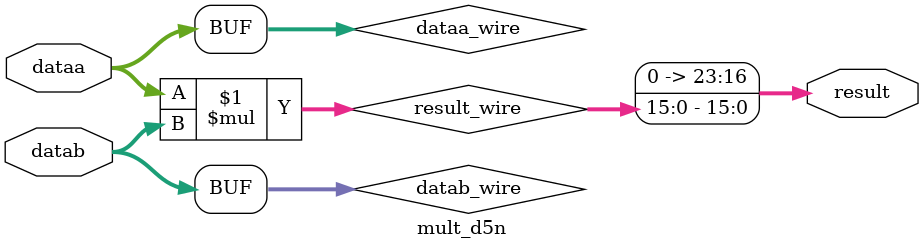
<source format=v>






//synthesis_resources = 
//synopsys translate_off
`timescale 1 ps / 1 ps
//synopsys translate_on
module  mult_d5n
	( 
	dataa,
	datab,
	result) /* synthesis synthesis_clearbox=1 */;
	input   [7:0]  dataa;
	input   [7:0]  datab;
	output   [23:0]  result;

	wire [7:0]    dataa_wire;
	wire [7:0]    datab_wire;
	wire [15:0]    result_wire;



	assign dataa_wire = dataa;
	assign datab_wire = datab;
	assign result_wire = dataa_wire * datab_wire;
	assign result = ({1'b0, 1'b0, 1'b0, 1'b0, 1'b0, 1'b0, 1'b0, 1'b0, result_wire[15:0]});

endmodule //mult_d5n
//VALID FILE

</source>
